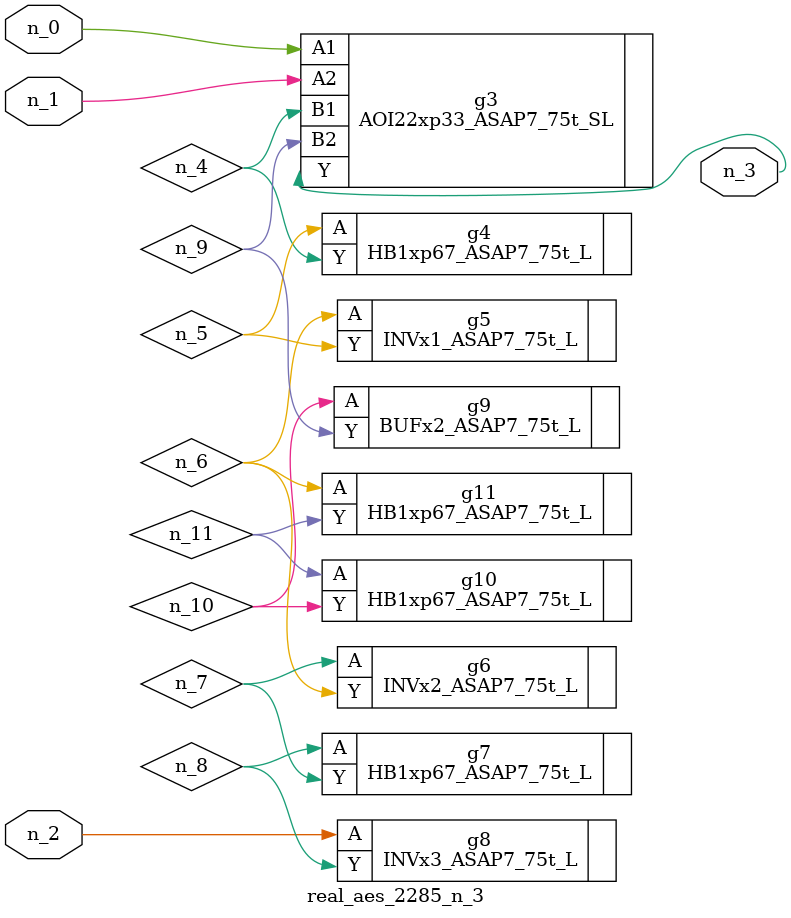
<source format=v>
module real_aes_2285_n_3 (n_0, n_2, n_1, n_3);
input n_0;
input n_2;
input n_1;
output n_3;
wire n_4;
wire n_5;
wire n_7;
wire n_9;
wire n_6;
wire n_8;
wire n_10;
wire n_11;
AOI22xp33_ASAP7_75t_SL g3 ( .A1(n_0), .A2(n_1), .B1(n_4), .B2(n_9), .Y(n_3) );
INVx3_ASAP7_75t_L g8 ( .A(n_2), .Y(n_8) );
HB1xp67_ASAP7_75t_L g4 ( .A(n_5), .Y(n_4) );
INVx1_ASAP7_75t_L g5 ( .A(n_6), .Y(n_5) );
HB1xp67_ASAP7_75t_L g11 ( .A(n_6), .Y(n_11) );
INVx2_ASAP7_75t_L g6 ( .A(n_7), .Y(n_6) );
HB1xp67_ASAP7_75t_L g7 ( .A(n_8), .Y(n_7) );
BUFx2_ASAP7_75t_L g9 ( .A(n_10), .Y(n_9) );
HB1xp67_ASAP7_75t_L g10 ( .A(n_11), .Y(n_10) );
endmodule
</source>
